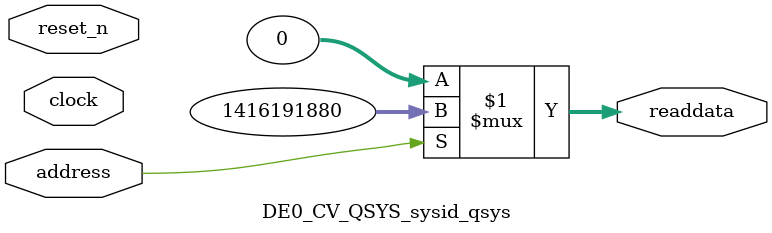
<source format=v>

`timescale 1ns / 1ps
// synthesis translate_on

// turn off superfluous verilog processor warnings 
// altera message_level Level1 
// altera message_off 10034 10035 10036 10037 10230 10240 10030 

module DE0_CV_QSYS_sysid_qsys (
               // inputs:
                address,
                clock,
                reset_n,

               // outputs:
                readdata
             )
;

  output  [ 31: 0] readdata;
  input            address;
  input            clock;
  input            reset_n;

  wire    [ 31: 0] readdata;
  //control_slave, which is an e_avalon_slave
  assign readdata = address ? 1416191880 : 0;

endmodule




</source>
